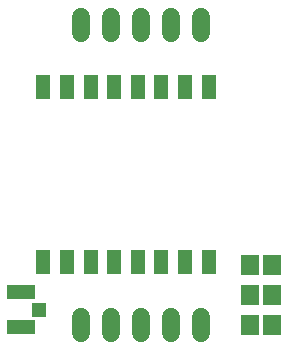
<source format=gbr>
G04 EAGLE Gerber RS-274X export*
G75*
%MOMM*%
%FSLAX34Y34*%
%LPD*%
%INSoldermask Top*%
%IPPOS*%
%AMOC8*
5,1,8,0,0,1.08239X$1,22.5*%
G01*
%ADD10R,1.503200X1.703200*%
%ADD11R,1.253200X1.203200*%
%ADD12R,2.403200X1.253200*%
%ADD13R,1.253200X2.153200*%
%ADD14C,1.524000*%


D10*
X231800Y419100D03*
X250800Y419100D03*
X231800Y469900D03*
X250800Y469900D03*
X231800Y444500D03*
X250800Y444500D03*
D11*
X53350Y431800D03*
D12*
X38100Y417050D03*
X38100Y446550D03*
D13*
X197000Y620100D03*
X177000Y620100D03*
X157000Y620100D03*
X137000Y620100D03*
X117000Y620100D03*
X97000Y620100D03*
X77000Y620100D03*
X57000Y620100D03*
X57000Y472100D03*
X77000Y472100D03*
X97000Y472100D03*
X117000Y472100D03*
X137000Y472100D03*
X157000Y472100D03*
X177000Y472100D03*
X197000Y472100D03*
D14*
X88900Y666496D02*
X88900Y679704D01*
X114300Y679704D02*
X114300Y666496D01*
X139700Y666496D02*
X139700Y679704D01*
X165100Y679704D02*
X165100Y666496D01*
X190500Y666496D02*
X190500Y679704D01*
X88900Y425704D02*
X88900Y412496D01*
X114300Y412496D02*
X114300Y425704D01*
X139700Y425704D02*
X139700Y412496D01*
X165100Y412496D02*
X165100Y425704D01*
X190500Y425704D02*
X190500Y412496D01*
M02*

</source>
